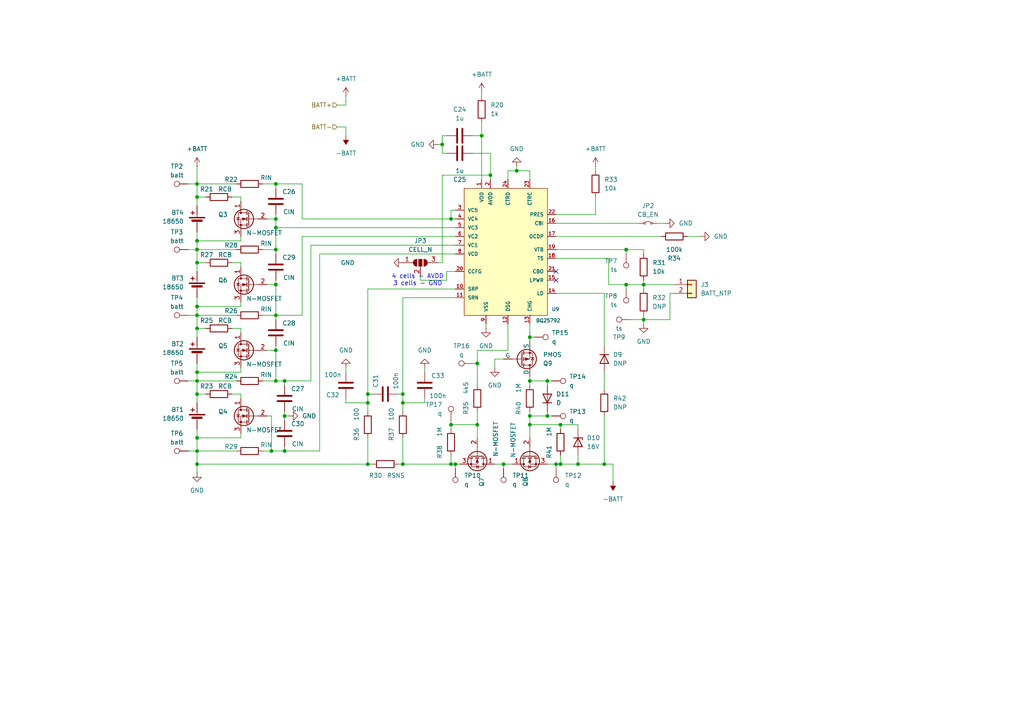
<source format=kicad_sch>
(kicad_sch (version 20231120) (generator "eeschema") (generator_version "8.0")
  (paper "A4")
  (lib_symbols
    (symbol "Connector:TestPoint" (pin_numbers hide) (pin_names (offset 0.762) hide)
      (property "Reference" "TP" (at 0 6.858 0))
      (property "Value" "TestPoint" (at 0 5.08 0))
      (symbol "TestPoint_0_1"
        (circle (center 0 3.302) (radius 0.762))
      )
      (symbol "TestPoint_1_1"
        (pin passive line (at 0 0 90) (length 2.54) (name "1") (number "1"))
      )
    )
    (symbol "Connector_Generic:Conn_01x02" (pin_names (offset 1.016) hide)
      (property "Reference" "J" (at 0 2.54 0))
      (property "Value" "Conn_01x02" (at 0 -5.08 0))
      (symbol "Conn_01x02_1_1"
        (rectangle (start -1.27 -2.413) (end 0 -2.667) (stroke (width 0.1524)))
        (rectangle (start -1.27 0.127) (end 0 -0.127) (stroke (width 0.1524)))
        (rectangle (start -1.27 1.27) (end 1.27 -3.81) (stroke (width 0.254)) (fill (type background)))
        (pin passive line (at -5.08 0 0) (length 3.81) (name "Pin_1") (number "1"))
        (pin passive line (at -5.08 -2.54 0) (length 3.81) (name "Pin_2") (number "2"))
      )
    )
    (symbol "Device:Battery_Cell" (pin_numbers hide) (pin_names (offset 0) hide)
      (property "Reference" "BT" (at 2.54 2.54 0))
      (property "Value" "Battery_Cell" (at 2.54 0 0))
      (symbol "Battery_Cell_0_1"
        (rectangle (start -2.286 1.778) (end 2.286 1.524) (fill (type outline)))
        (rectangle (start -1.524 1.016) (end 1.524 0.508) (fill (type outline)))
        (polyline (pts (xy 0 0.762) (xy 0 0)))
        (polyline (pts (xy 0 1.778) (xy 0 2.54)))
        (polyline (pts (xy 0.762 3.048) (xy 1.778 3.048)) (stroke (width 0.254)))
        (polyline (pts (xy 1.27 3.556) (xy 1.27 2.54)) (stroke (width 0.254)))
      )
      (symbol "Battery_Cell_1_1"
        (pin passive line (at 0 5.08 270) (length 2.54) (name "+") (number "1"))
        (pin passive line (at 0 -2.54 90) (length 2.54) (name "-") (number "2"))
      )
    )
    (symbol "Device:C" (pin_numbers hide) (pin_names (offset 0.254))
      (property "Reference" "C" (at 0.635 2.54 0))
      (property "Value" "C" (at 0.635 -2.54 0))
      (symbol "C_0_1"
        (polyline (pts (xy -2.032 -0.762) (xy 2.032 -0.762)) (stroke (width 0.508)))
        (polyline (pts (xy -2.032 0.762) (xy 2.032 0.762)) (stroke (width 0.508)))
      )
      (symbol "C_1_1"
        (pin passive line (at 0 3.81 270) (length 2.794) (name "~") (number "1"))
        (pin passive line (at 0 -3.81 90) (length 2.794) (name "~") (number "2"))
      )
    )
    (symbol "Device:D" (pin_numbers hide) (pin_names (offset 1.016) hide)
      (property "Reference" "D" (at 0 2.54 0))
      (property "Value" "D" (at 0 -2.54 0))
      (symbol "D_0_1"
        (polyline (pts (xy -1.27 1.27) (xy -1.27 -1.27)) (stroke (width 0.254)))
        (polyline (pts (xy 1.27 0) (xy -1.27 0)))
        (polyline (pts (xy 1.27 1.27) (xy 1.27 -1.27) (xy -1.27 0) (xy 1.27 1.27)) (stroke (width 0.254)))
      )
      (symbol "D_1_1"
        (pin passive line (at -3.81 0 0) (length 2.54) (name "K") (number "1"))
        (pin passive line (at 3.81 0 180) (length 2.54) (name "A") (number "2"))
      )
    )
    (symbol "Device:D_Zener" (pin_numbers hide) (pin_names (offset 1.016) hide)
      (property "Reference" "D" (at 0 2.54 0))
      (property "Value" "D_Zener" (at 0 -2.54 0))
      (symbol "D_Zener_0_1"
        (polyline (pts (xy 1.27 0) (xy -1.27 0)))
        (polyline (pts (xy -1.27 -1.27) (xy -1.27 1.27) (xy -0.762 1.27)) (stroke (width 0.254)))
        (polyline (pts (xy 1.27 -1.27) (xy 1.27 1.27) (xy -1.27 0) (xy 1.27 -1.27)) (stroke (width 0.254)))
      )
      (symbol "D_Zener_1_1"
        (pin passive line (at -3.81 0 0) (length 2.54) (name "K") (number "1"))
        (pin passive line (at 3.81 0 180) (length 2.54) (name "A") (number "2"))
      )
    )
    (symbol "Device:Q_NMOS_DGS" (pin_names (offset 0) hide)
      (property "Reference" "Q" (at 5.08 1.27 0))
      (property "Value" "Q_NMOS_DGS" (at 5.08 -1.27 0))
      (symbol "Q_NMOS_DGS_0_1"
        (polyline (pts (xy 0.254 0) (xy -2.54 0)))
        (polyline (pts (xy 0.254 1.905) (xy 0.254 -1.905)) (stroke (width 0.254)))
        (polyline (pts (xy 0.762 -1.27) (xy 0.762 -2.286)) (stroke (width 0.254)))
        (polyline (pts (xy 0.762 0.508) (xy 0.762 -0.508)) (stroke (width 0.254)))
        (polyline (pts (xy 0.762 2.286) (xy 0.762 1.27)) (stroke (width 0.254)))
        (polyline (pts (xy 2.54 2.54) (xy 2.54 1.778)))
        (polyline (pts (xy 2.54 -2.54) (xy 2.54 0) (xy 0.762 0)))
        (polyline (pts (xy 0.762 -1.778) (xy 3.302 -1.778) (xy 3.302 1.778) (xy 0.762 1.778)))
        (polyline (pts (xy 1.016 0) (xy 2.032 0.381) (xy 2.032 -0.381) (xy 1.016 0)) (fill (type outline)))
        (polyline (pts (xy 2.794 0.508) (xy 2.921 0.381) (xy 3.683 0.381) (xy 3.81 0.254)))
        (polyline (pts (xy 3.302 0.381) (xy 2.921 -0.254) (xy 3.683 -0.254) (xy 3.302 0.381)))
        (circle (center 1.651 0) (radius 2.794) (stroke (width 0.254)))
        (circle (center 2.54 -1.778) (radius 0.254) (fill (type outline)))
        (circle (center 2.54 1.778) (radius 0.254) (fill (type outline)))
      )
      (symbol "Q_NMOS_DGS_1_1"
        (pin passive line (at 2.54 5.08 270) (length 2.54) (name "D") (number "1"))
        (pin input line (at -5.08 0 0) (length 2.54) (name "G") (number "2"))
        (pin passive line (at 2.54 -5.08 90) (length 2.54) (name "S") (number "3"))
      )
    )
    (symbol "Device:R" (pin_numbers hide) (pin_names (offset 0))
      (property "Reference" "R" (at 2.032 0 90))
      (property "Value" "R" (at 0 0 90))
      (symbol "R_0_1"
        (rectangle (start -1.016 -2.54) (end 1.016 2.54) (stroke (width 0.254)))
      )
      (symbol "R_1_1"
        (pin passive line (at 0 3.81 270) (length 1.27) (name "~") (number "1"))
        (pin passive line (at 0 -3.81 90) (length 1.27) (name "~") (number "2"))
      )
    )
    (symbol "Jumper:Jumper_2_Small_Bridged" (pin_numbers hide) (pin_names (offset 0) hide) (exclude_from_sim yes)
      (property "Reference" "JP" (at 0 2.032 0))
      (property "Value" "Jumper_2_Small_Bridged" (at 0 -2.286 0))
      (symbol "Jumper_2_Small_Bridged_0_0"
        (circle (center -1.016 0) (radius 0.254))
        (circle (center 1.016 0) (radius 0.254))
      )
      (symbol "Jumper_2_Small_Bridged_0_1"
        (arc (start 0.762 0.254) (mid 0 0.5696) (end -0.762 0.254))
      )
      (symbol "Jumper_2_Small_Bridged_1_1"
        (pin passive line (at -2.54 0 0) (length 1.27) (name "A") (number "1"))
        (pin passive line (at 2.54 0 180) (length 1.27) (name "B") (number "2"))
      )
    )
    (symbol "Jumper:SolderJumper_3_Open" (pin_names (offset 0) hide) (exclude_from_sim yes) (in_bom no)
      (property "Reference" "JP" (at -2.54 -2.54 0))
      (property "Value" "SolderJumper_3_Open" (at 0 2.794 0))
      (symbol "SolderJumper_3_Open_0_1"
        (arc (start -1.016 1.016) (mid -2.0276 0) (end -1.016 -1.016))
        (arc (start -1.016 1.016) (mid -2.0276 0) (end -1.016 -1.016) (fill (type outline)))
        (rectangle (start -0.508 1.016) (end 0.508 -1.016) (fill (type outline)))
        (polyline (pts (xy -2.54 0) (xy -2.032 0)))
        (polyline (pts (xy -1.016 1.016) (xy -1.016 -1.016)))
        (polyline (pts (xy 0 -1.27) (xy 0 -1.016)))
        (polyline (pts (xy 1.016 1.016) (xy 1.016 -1.016)))
        (polyline (pts (xy 2.54 0) (xy 2.032 0)))
        (arc (start 1.016 -1.016) (mid 2.0276 0) (end 1.016 1.016))
        (arc (start 1.016 -1.016) (mid 2.0276 0) (end 1.016 1.016) (fill (type outline)))
      )
      (symbol "SolderJumper_3_Open_1_1"
        (pin passive line (at -5.08 0 0) (length 2.54) (name "A") (number "1"))
        (pin passive line (at 0 -3.81 90) (length 2.54) (name "C") (number "2"))
        (pin passive line (at 5.08 0 180) (length 2.54) (name "B") (number "3"))
      )
    )
    (symbol "Simulation_SPICE:PMOS" (pin_numbers hide) (pin_names (offset 0))
      (property "Reference" "Q" (at 5.08 1.27 0))
      (property "Value" "PMOS" (at 5.08 -1.27 0))
      (symbol "PMOS_0_1"
        (polyline (pts (xy 0.254 0) (xy -2.54 0)))
        (polyline (pts (xy 0.254 1.905) (xy 0.254 -1.905)) (stroke (width 0.254)))
        (polyline (pts (xy 0.762 -1.27) (xy 0.762 -2.286)) (stroke (width 0.254)))
        (polyline (pts (xy 0.762 0.508) (xy 0.762 -0.508)) (stroke (width 0.254)))
        (polyline (pts (xy 0.762 2.286) (xy 0.762 1.27)) (stroke (width 0.254)))
        (polyline (pts (xy 2.54 2.54) (xy 2.54 1.778)))
        (polyline (pts (xy 2.54 -2.54) (xy 2.54 0) (xy 0.762 0)))
        (polyline (pts (xy 0.762 1.778) (xy 3.302 1.778) (xy 3.302 -1.778) (xy 0.762 -1.778)))
        (polyline (pts (xy 2.286 0) (xy 1.27 0.381) (xy 1.27 -0.381) (xy 2.286 0)) (fill (type outline)))
        (polyline (pts (xy 2.794 -0.508) (xy 2.921 -0.381) (xy 3.683 -0.381) (xy 3.81 -0.254)))
        (polyline (pts (xy 3.302 -0.381) (xy 2.921 0.254) (xy 3.683 0.254) (xy 3.302 -0.381)))
        (circle (center 1.651 0) (radius 2.794) (stroke (width 0.254)))
        (circle (center 2.54 -1.778) (radius 0.254) (fill (type outline)))
        (circle (center 2.54 1.778) (radius 0.254) (fill (type outline)))
      )
      (symbol "PMOS_1_1"
        (pin passive line (at 2.54 5.08 270) (length 2.54) (name "D") (number "1"))
        (pin input line (at -5.08 0 0) (length 2.54) (name "G") (number "2"))
        (pin passive line (at 2.54 -5.08 90) (length 2.54) (name "S") (number "3"))
      )
    )
    (symbol "myLib:BQ77915" (pin_names (offset 1.016))
      (property "Reference" "U" (at 12.7 -24.13 0))
      (property "Value" "BQ25792" (at 14.224 -21.844 0))
      (symbol "BQ77915_0_1"
        (polyline (pts (xy -11.43 16.51) (xy 12.7 16.51) (xy 12.7 -20.32) (xy -11.43 -20.32) (xy -11.43 16.51)) (fill (type background)))
      )
      (symbol "BQ77915_1_1"
        (pin power_out line (at -6.35 19.05 270) (length 2.54) (name "VDD") (number "1"))
        (pin input line (at -13.97 -12.7 0) (length 2.54) (name "SRP") (number "10"))
        (pin input line (at -13.97 -15.24 0) (length 2.54) (name "SRN") (number "11"))
        (pin output line (at 1.27 -22.86 90) (length 2.54) (name "DSG") (number "12"))
        (pin output line (at 7.62 -22.86 90) (length 2.54) (name "CHG") (number "13"))
        (pin input line (at 15.24 -13.97 180) (length 2.54) (name "LD") (number "14"))
        (pin output line (at 15.24 -10.16 180) (length 2.54) (name "LPWR") (number "15"))
        (pin input line (at 15.24 6.35 180) (length 2.54) (name "CBI") (number "16"))
        (pin input line (at 15.24 2.54 180) (length 2.54) (name "OCDP") (number "17"))
        (pin input line (at 15.24 -3.81 180) (length 2.54) (name "TS") (number "18"))
        (pin output line (at 15.24 -1.27 180) (length 2.54) (name "VTB") (number "19"))
        (pin power_out line (at -3.81 19.05 270) (length 2.54) (name "AVDD") (number "2"))
        (pin input line (at -13.97 -7.62 0) (length 2.54) (name "CCFG") (number "20"))
        (pin output line (at 15.24 -7.62 180) (length 2.54) (name "CBO") (number "21"))
        (pin input line (at 15.24 8.89 180) (length 2.54) (name "PRES") (number "22"))
        (pin output line (at 7.62 19.05 270) (length 2.54) (name "CTRC") (number "23"))
        (pin output line (at 1.27 19.05 270) (length 2.54) (name "CTRD") (number "24"))
        (pin input line (at -13.97 10.16 0) (length 2.54) (name "VC5") (number "3"))
        (pin input line (at -13.97 7.62 0) (length 2.54) (name "VC4") (number "4"))
        (pin input line (at -13.97 5.08 0) (length 2.54) (name "VC3") (number "5"))
        (pin input line (at -13.97 2.54 0) (length 2.54) (name "VC2") (number "6"))
        (pin input line (at -13.97 0 0) (length 2.54) (name "VC1") (number "7"))
        (pin input line (at -13.97 -2.54 0) (length 2.54) (name "VC0") (number "8"))
        (pin power_in line (at -5.08 -22.86 90) (length 2.54) (name "VSS") (number "9"))
      )
    )
    (symbol "power:+BATT" (power) (pin_numbers hide) (pin_names (offset 0) hide)
      (property "Value" "+BATT" (at 0 3.556 0))
      (symbol "+BATT_0_1"
        (polyline (pts (xy -0.762 1.27) (xy 0 2.54)))
        (polyline (pts (xy 0 0) (xy 0 2.54)))
        (polyline (pts (xy 0 2.54) (xy 0.762 1.27)))
      )
      (symbol "+BATT_1_1"
        (pin power_in line (at 0 0 90) (length 0) (name "~") (number "1"))
      )
    )
    (symbol "power:-BATT" (power) (pin_numbers hide) (pin_names (offset 0) hide)
      (property "Value" "-BATT" (at 0 3.556 0))
      (symbol "-BATT_0_1"
        (polyline (pts (xy 0 0) (xy 0 2.54)))
        (polyline (pts (xy 0.762 1.27) (xy -0.762 1.27) (xy 0 2.54) (xy 0.762 1.27)) (fill (type outline)))
      )
      (symbol "-BATT_1_1"
        (pin power_in line (at 0 0 90) (length 0) (name "~") (number "1"))
      )
    )
    (symbol "power:GND" (power) (pin_numbers hide) (pin_names (offset 0) hide)
      (property "Value" "GND" (at 0 -3.81 0))
      (symbol "GND_0_1"
        (polyline (pts (xy 0 0) (xy 0 -1.27) (xy 1.27 -1.27) (xy 0 -2.54) (xy -1.27 -1.27) (xy 0 -1.27)))
      )
      (symbol "GND_1_1"
        (pin power_in line (at 0 0 270) (length 0) (name "~") (number "1"))
      )
    )
  )
  (junction (at 149.86 49.53))
  (junction (at 167.64 134.62))
  (junction (at 139.7 39.37))
  (junction (at 106.68 116.84))
  (junction (at 57.15 134.62))
  (junction (at 80.01 101.6))
  (junction (at 57.15 107.95))
  (junction (at 80.01 53.34))
  (junction (at 130.81 134.62))
  (junction (at 146.05 134.62))
  (junction (at 132.08 134.62))
  (junction (at 57.15 91.44))
  (junction (at 57.15 69.85))
  (junction (at 57.15 130.81))
  (junction (at 82.55 120.65))
  (junction (at 186.69 92.71))
  (junction (at 82.55 130.81))
  (junction (at 142.24 50.8))
  (junction (at 116.84 114.3))
  (junction (at 57.15 88.9))
  (junction (at 130.81 123.19))
  (junction (at 153.67 120.65))
  (junction (at 57.15 110.49))
  (junction (at 138.43 105.41))
  (junction (at 158.75 120.65))
  (junction (at 57.15 95.25))
  (junction (at 57.15 57.15))
  (junction (at 80.01 91.44))
  (junction (at 186.69 82.55))
  (junction (at 181.61 72.39))
  (junction (at 80.01 72.39))
  (junction (at 138.43 123.19))
  (junction (at 82.55 110.49))
  (junction (at 161.29 134.62))
  (junction (at 162.56 123.19))
  (junction (at 181.61 82.55))
  (junction (at 57.15 76.2))
  (junction (at 153.67 97.79))
  (junction (at 80.01 63.5))
  (junction (at 80.01 66.04))
  (junction (at 57.15 114.3))
  (junction (at 153.67 123.19))
  (junction (at 116.84 116.84))
  (junction (at 57.15 72.39))
  (junction (at 80.01 82.55))
  (junction (at 162.56 134.62))
  (junction (at 57.15 53.34))
  (junction (at 158.75 110.49))
  (junction (at 80.01 110.49))
  (junction (at 116.84 134.62))
  (junction (at 175.26 134.62))
  (junction (at 106.68 134.62))
  (junction (at 106.68 114.3))
  (junction (at 130.81 63.5))
  (junction (at 57.15 127))
  (junction (at 153.67 110.49))
  (junction (at 78.74 130.81))
  (junction (at 128.27 41.91))
  (no_connect (at 161.29 81.28))
  (no_connect (at 161.29 78.74))
  (wire (pts (xy 76.2 110.49) (xy 80.01 110.49)))
  (wire (pts (xy 57.15 59.69) (xy 57.15 57.15)))
  (wire (pts (xy 76.2 91.44) (xy 80.01 91.44)))
  (wire (pts (xy 172.72 62.23) (xy 172.72 57.15)))
  (wire (pts (xy 80.01 101.6) (xy 80.01 110.49)))
  (wire (pts (xy 175.26 134.62) (xy 167.64 134.62)))
  (wire (pts (xy 128.27 41.91) (xy 128.27 39.37)))
  (wire (pts (xy 128.27 39.37) (xy 129.54 39.37)))
  (wire (pts (xy 57.15 57.15) (xy 59.69 57.15)))
  (wire (pts (xy 128.27 76.2) (xy 128.27 50.8)))
  (wire (pts (xy 116.84 127) (xy 116.84 134.62)))
  (wire (pts (xy 69.85 88.9) (xy 57.15 88.9)))
  (wire (pts (xy 153.67 110.49) (xy 153.67 111.76)))
  (wire (pts (xy 147.32 101.6) (xy 147.32 93.98)))
  (wire (pts (xy 158.75 111.76) (xy 158.75 110.49)))
  (wire (pts (xy 57.15 134.62) (xy 106.68 134.62)))
  (wire (pts (xy 167.64 123.19) (xy 162.56 123.19)))
  (wire (pts (xy 153.67 123.19) (xy 153.67 127)))
  (wire (pts (xy 77.47 120.65) (xy 78.74 120.65)))
  (wire (pts (xy 57.15 134.62) (xy 57.15 137.16)))
  (wire (pts (xy 90.17 110.49) (xy 82.55 110.49)))
  (wire (pts (xy 138.43 119.38) (xy 138.43 123.19)))
  (wire (pts (xy 153.67 109.22) (xy 153.67 110.49)))
  (wire (pts (xy 129.54 44.45) (xy 128.27 44.45)))
  (wire (pts (xy 69.85 69.85) (xy 57.15 69.85)))
  (wire (pts (xy 186.69 82.55) (xy 186.69 83.82)))
  (wire (pts (xy 100.33 115.57) (xy 100.33 116.84)))
  (wire (pts (xy 80.01 63.5) (xy 80.01 62.23)))
  (wire (pts (xy 116.84 116.84) (xy 116.84 114.3)))
  (wire (pts (xy 162.56 134.62) (xy 162.56 132.08)))
  (wire (pts (xy 138.43 101.6) (xy 147.32 101.6)))
  (wire (pts (xy 57.15 76.2) (xy 59.69 76.2)))
  (wire (pts (xy 186.69 91.44) (xy 186.69 92.71)))
  (wire (pts (xy 161.29 64.77) (xy 185.42 64.77)))
  (wire (pts (xy 194.31 85.09) (xy 194.31 92.71)))
  (wire (pts (xy 129.54 78.74) (xy 132.08 78.74)))
  (wire (pts (xy 87.63 68.58) (xy 87.63 91.44)))
  (wire (pts (xy 116.84 134.62) (xy 115.57 134.62)))
  (wire (pts (xy 140.97 93.98) (xy 140.97 95.25)))
  (wire (pts (xy 132.08 60.96) (xy 130.81 60.96)))
  (wire (pts (xy 130.81 124.46) (xy 130.81 123.19)))
  (wire (pts (xy 87.63 91.44) (xy 80.01 91.44)))
  (wire (pts (xy 132.08 71.12) (xy 90.17 71.12)))
  (wire (pts (xy 54.61 110.49) (xy 57.15 110.49)))
  (wire (pts (xy 139.7 35.56) (xy 139.7 39.37)))
  (wire (pts (xy 76.2 130.81) (xy 78.74 130.81)))
  (wire (pts (xy 130.81 121.92) (xy 130.81 123.19)))
  (wire (pts (xy 87.63 63.5) (xy 87.63 53.34)))
  (wire (pts (xy 77.47 63.5) (xy 80.01 63.5)))
  (wire (pts (xy 116.84 114.3) (xy 116.84 86.36)))
  (wire (pts (xy 69.85 107.95) (xy 57.15 107.95)))
  (wire (pts (xy 194.31 92.71) (xy 186.69 92.71)))
  (wire (pts (xy 97.79 30.48) (xy 100.33 30.48)))
  (wire (pts (xy 132.08 134.62) (xy 132.08 135.89)))
  (wire (pts (xy 100.33 106.68) (xy 100.33 107.95)))
  (wire (pts (xy 68.58 110.49) (xy 57.15 110.49)))
  (wire (pts (xy 67.31 95.25) (xy 69.85 95.25)))
  (wire (pts (xy 146.05 134.62) (xy 148.59 134.62)))
  (wire (pts (xy 57.15 88.9) (xy 57.15 86.36)))
  (wire (pts (xy 158.75 110.49) (xy 153.67 110.49)))
  (wire (pts (xy 67.31 76.2) (xy 69.85 76.2)))
  (wire (pts (xy 82.55 130.81) (xy 78.74 130.81)))
  (wire (pts (xy 116.84 86.36) (xy 132.08 86.36)))
  (wire (pts (xy 69.85 76.2) (xy 69.85 77.47)))
  (wire (pts (xy 190.5 64.77) (xy 193.04 64.77)))
  (wire (pts (xy 106.68 114.3) (xy 107.95 114.3)))
  (wire (pts (xy 57.15 69.85) (xy 57.15 72.39)))
  (wire (pts (xy 153.67 120.65) (xy 153.67 123.19)))
  (wire (pts (xy 149.86 49.53) (xy 153.67 49.53)))
  (wire (pts (xy 57.15 114.3) (xy 59.69 114.3)))
  (wire (pts (xy 106.68 119.38) (xy 106.68 116.84)))
  (wire (pts (xy 130.81 123.19) (xy 138.43 123.19)))
  (wire (pts (xy 87.63 53.34) (xy 80.01 53.34)))
  (wire (pts (xy 177.8 134.62) (xy 177.8 139.7)))
  (wire (pts (xy 69.85 125.73) (xy 69.85 127)))
  (wire (pts (xy 130.81 63.5) (xy 87.63 63.5)))
  (wire (pts (xy 158.75 120.65) (xy 160.02 120.65)))
  (wire (pts (xy 80.01 82.55) (xy 80.01 81.28)))
  (wire (pts (xy 146.05 134.62) (xy 146.05 135.89)))
  (wire (pts (xy 57.15 105.41) (xy 57.15 107.95)))
  (wire (pts (xy 139.7 39.37) (xy 139.7 52.07)))
  (wire (pts (xy 158.75 110.49) (xy 160.02 110.49)))
  (wire (pts (xy 132.08 63.5) (xy 130.81 63.5)))
  (wire (pts (xy 161.29 134.62) (xy 162.56 134.62)))
  (wire (pts (xy 80.01 63.5) (xy 80.01 66.04)))
  (wire (pts (xy 57.15 110.49) (xy 57.15 114.3)))
  (wire (pts (xy 182.88 92.71) (xy 186.69 92.71)))
  (wire (pts (xy 186.69 92.71) (xy 186.69 93.98)))
  (wire (pts (xy 100.33 36.83) (xy 97.79 36.83)))
  (wire (pts (xy 181.61 72.39) (xy 181.61 73.66)))
  (wire (pts (xy 167.64 132.08) (xy 167.64 134.62)))
  (wire (pts (xy 57.15 53.34) (xy 57.15 57.15)))
  (wire (pts (xy 175.26 120.65) (xy 175.26 134.62)))
  (wire (pts (xy 100.33 39.37) (xy 100.33 36.83)))
  (wire (pts (xy 77.47 82.55) (xy 80.01 82.55)))
  (wire (pts (xy 82.55 129.54) (xy 82.55 130.81)))
  (wire (pts (xy 68.58 91.44) (xy 57.15 91.44)))
  (wire (pts (xy 82.55 119.38) (xy 82.55 120.65)))
  (wire (pts (xy 67.31 114.3) (xy 69.85 114.3)))
  (wire (pts (xy 57.15 91.44) (xy 57.15 95.25)))
  (wire (pts (xy 143.51 104.14) (xy 146.05 104.14)))
  (wire (pts (xy 158.75 119.38) (xy 158.75 120.65)))
  (wire (pts (xy 82.55 110.49) (xy 82.55 111.76)))
  (wire (pts (xy 80.01 91.44) (xy 80.01 92.71)))
  (wire (pts (xy 69.85 106.68) (xy 69.85 107.95)))
  (wire (pts (xy 143.51 134.62) (xy 146.05 134.62)))
  (wire (pts (xy 149.86 48.26) (xy 149.86 49.53)))
  (wire (pts (xy 90.17 71.12) (xy 90.17 110.49)))
  (wire (pts (xy 106.68 134.62) (xy 107.95 134.62)))
  (wire (pts (xy 57.15 124.46) (xy 57.15 127)))
  (wire (pts (xy 127 41.91) (xy 128.27 41.91)))
  (wire (pts (xy 162.56 124.46) (xy 162.56 123.19)))
  (wire (pts (xy 92.71 73.66) (xy 92.71 130.81)))
  (wire (pts (xy 175.26 107.95) (xy 175.26 113.03)))
  (wire (pts (xy 78.74 120.65) (xy 78.74 130.81)))
  (wire (pts (xy 92.71 130.81) (xy 82.55 130.81)))
  (wire (pts (xy 106.68 83.82) (xy 132.08 83.82)))
  (wire (pts (xy 69.85 114.3) (xy 69.85 115.57)))
  (wire (pts (xy 121.92 80.01) (xy 121.92 81.28)))
  (wire (pts (xy 57.15 116.84) (xy 57.15 114.3)))
  (wire (pts (xy 82.55 110.49) (xy 80.01 110.49)))
  (wire (pts (xy 130.81 60.96) (xy 130.81 63.5)))
  (wire (pts (xy 137.16 39.37) (xy 139.7 39.37)))
  (wire (pts (xy 153.67 119.38) (xy 153.67 120.65)))
  (wire (pts (xy 100.33 30.48) (xy 100.33 27.94)))
  (wire (pts (xy 161.29 134.62) (xy 161.29 135.89)))
  (wire (pts (xy 80.01 101.6) (xy 80.01 100.33)))
  (wire (pts (xy 161.29 85.09) (xy 175.26 85.09)))
  (wire (pts (xy 82.55 120.65) (xy 83.82 120.65)))
  (wire (pts (xy 142.24 50.8) (xy 142.24 52.07)))
  (wire (pts (xy 57.15 97.79) (xy 57.15 95.25)))
  (wire (pts (xy 100.33 116.84) (xy 106.68 116.84)))
  (wire (pts (xy 162.56 123.19) (xy 153.67 123.19)))
  (wire (pts (xy 77.47 101.6) (xy 80.01 101.6)))
  (wire (pts (xy 181.61 82.55) (xy 186.69 82.55)))
  (wire (pts (xy 128.27 44.45) (xy 128.27 41.91)))
  (wire (pts (xy 121.92 81.28) (xy 129.54 81.28)))
  (wire (pts (xy 128.27 50.8) (xy 142.24 50.8)))
  (wire (pts (xy 153.67 97.79) (xy 154.94 97.79)))
  (wire (pts (xy 69.85 87.63) (xy 69.85 88.9)))
  (wire (pts (xy 115.57 114.3) (xy 116.84 114.3)))
  (wire (pts (xy 123.19 115.57) (xy 123.19 116.84)))
  (wire (pts (xy 54.61 53.34) (xy 57.15 53.34)))
  (wire (pts (xy 142.24 44.45) (xy 142.24 50.8)))
  (wire (pts (xy 195.58 85.09) (xy 194.31 85.09)))
  (wire (pts (xy 167.64 134.62) (xy 162.56 134.62)))
  (wire (pts (xy 147.32 52.07) (xy 147.32 49.53)))
  (wire (pts (xy 147.32 49.53) (xy 149.86 49.53)))
  (wire (pts (xy 69.85 68.58) (xy 69.85 69.85)))
  (wire (pts (xy 80.01 72.39) (xy 80.01 73.66)))
  (wire (pts (xy 161.29 72.39) (xy 181.61 72.39)))
  (wire (pts (xy 153.67 49.53) (xy 153.67 52.07)))
  (wire (pts (xy 80.01 66.04) (xy 80.01 72.39)))
  (wire (pts (xy 80.01 82.55) (xy 80.01 91.44)))
  (wire (pts (xy 176.53 74.93) (xy 176.53 82.55)))
  (wire (pts (xy 158.75 120.65) (xy 153.67 120.65)))
  (wire (pts (xy 76.2 72.39) (xy 80.01 72.39)))
  (wire (pts (xy 172.72 48.26) (xy 172.72 49.53)))
  (wire (pts (xy 176.53 82.55) (xy 181.61 82.55)))
  (wire (pts (xy 69.85 57.15) (xy 69.85 58.42)))
  (wire (pts (xy 68.58 130.81) (xy 57.15 130.81)))
  (wire (pts (xy 186.69 72.39) (xy 186.69 73.66)))
  (wire (pts (xy 132.08 73.66) (xy 92.71 73.66)))
  (wire (pts (xy 80.01 53.34) (xy 80.01 54.61)))
  (wire (pts (xy 130.81 132.08) (xy 130.81 134.62)))
  (wire (pts (xy 54.61 130.81) (xy 57.15 130.81)))
  (wire (pts (xy 186.69 82.55) (xy 195.58 82.55)))
  (wire (pts (xy 143.51 106.68) (xy 143.51 104.14)))
  (wire (pts (xy 177.8 134.62) (xy 175.26 134.62)))
  (wire (pts (xy 175.26 85.09) (xy 175.26 100.33)))
  (wire (pts (xy 57.15 72.39) (xy 57.15 76.2)))
  (wire (pts (xy 82.55 120.65) (xy 82.55 121.92)))
  (wire (pts (xy 57.15 107.95) (xy 57.15 110.49)))
  (wire (pts (xy 181.61 82.55) (xy 181.61 83.82)))
  (wire (pts (xy 106.68 114.3) (xy 106.68 83.82)))
  (wire (pts (xy 80.01 66.04) (xy 132.08 66.04)))
  (wire (pts (xy 106.68 127) (xy 106.68 134.62)))
  (wire (pts (xy 116.84 119.38) (xy 116.84 116.84)))
  (wire (pts (xy 181.61 72.39) (xy 186.69 72.39)))
  (wire (pts (xy 161.29 68.58) (xy 191.77 68.58)))
  (wire (pts (xy 57.15 67.31) (xy 57.15 69.85)))
  (wire (pts (xy 106.68 116.84) (xy 106.68 114.3)))
  (wire (pts (xy 57.15 48.26) (xy 57.15 53.34)))
  (wire (pts (xy 153.67 93.98) (xy 153.67 97.79)))
  (wire (pts (xy 186.69 81.28) (xy 186.69 82.55)))
  (wire (pts (xy 138.43 105.41) (xy 138.43 101.6)))
  (wire (pts (xy 130.81 134.62) (xy 132.08 134.62)))
  (wire (pts (xy 161.29 74.93) (xy 176.53 74.93)))
  (wire (pts (xy 57.15 95.25) (xy 59.69 95.25)))
  (wire (pts (xy 67.31 57.15) (xy 69.85 57.15)))
  (wire (pts (xy 123.19 116.84) (xy 116.84 116.84)))
  (wire (pts (xy 57.15 127) (xy 57.15 130.81)))
  (wire (pts (xy 129.54 81.28) (xy 129.54 78.74)))
  (wire (pts (xy 138.43 111.76) (xy 138.43 105.41)))
  (wire (pts (xy 123.19 106.68) (xy 123.19 107.95)))
  (wire (pts (xy 68.58 72.39) (xy 57.15 72.39)))
  (wire (pts (xy 139.7 26.67) (xy 139.7 27.94)))
  (wire (pts (xy 132.08 134.62) (xy 133.35 134.62)))
  (wire (pts (xy 76.2 53.34) (xy 80.01 53.34)))
  (wire (pts (xy 153.67 97.79) (xy 153.67 99.06)))
  (wire (pts (xy 57.15 130.81) (xy 57.15 134.62)))
  (wire (pts (xy 54.61 72.39) (xy 57.15 72.39)))
  (wire (pts (xy 127 76.2) (xy 128.27 76.2)))
  (wire (pts (xy 69.85 95.25) (xy 69.85 96.52)))
  (wire (pts (xy 132.08 68.58) (xy 87.63 68.58)))
  (wire (pts (xy 161.29 62.23) (xy 172.72 62.23)))
  (wire (pts (xy 69.85 127) (xy 57.15 127)))
  (wire (pts (xy 68.58 53.34) (xy 57.15 53.34)))
  (wire (pts (xy 137.16 105.41) (xy 138.43 105.41)))
  (wire (pts (xy 137.16 44.45) (xy 142.24 44.45)))
  (wire (pts (xy 57.15 78.74) (xy 57.15 76.2)))
  (wire (pts (xy 57.15 88.9) (xy 57.15 91.44)))
  (wire (pts (xy 54.61 91.44) (xy 57.15 91.44)))
  (wire (pts (xy 138.43 123.19) (xy 138.43 127)))
  (wire (pts (xy 116.84 134.62) (xy 130.81 134.62)))
  (wire (pts (xy 199.39 68.58) (xy 203.2 68.58)))
  (wire (pts (xy 158.75 134.62) (xy 161.29 134.62)))
  (wire (pts (xy 167.64 124.46) (xy 167.64 123.19)))
  (text "4 cells - AVDD\n3 cells - GND" (at 121.158 81.28 0) (effects (font (size 1.27 1.27))))
  (hierarchical_label "BATT+" (shape input) (at 97.79 30.48 180))
  (hierarchical_label "BATT-" (shape input) (at 97.79 36.83 180))
  (symbol (lib_id "power:+BATT") (at 139.7 26.67 0) (unit 1)
    (property "Reference" "#PWR024" (effects (hide yes)))
    (property "Value" "+BATT" (at 139.7 21.59 0))
    (property "Description" "Power symbol creates a global label with name \"+BATT\"" (effects (hide yes)))
  )
  (symbol (lib_id "Connector:TestPoint") (at 54.61 91.44 90) (unit 1)
    (property "Reference" "TP4" (at 51.308 86.36 90))
    (property "Value" "batt" (at 51.308 88.9 90))
    (property "Description" "test point" (effects (hide yes)))
  )
  (symbol (lib_id "power:GND") (at 116.84 76.2 270) (unit 1)
    (property "Reference" "#PWR029" (effects (hide yes)))
    (property "Value" "GND" (at 102.87 76.1999 90) (effects (justify right)))
    (property "Description" "Power symbol creates a global label with name \"GND\" , ground" (effects (hide yes)))
  )
  (symbol (lib_id "Connector:TestPoint") (at 154.94 97.79 270) (unit 1)
    (property "Reference" "TP15" (at 160.02 96.5199 90) (effects (justify left)))
    (property "Value" "q" (at 160.02 99.0599 90) (effects (justify left)))
    (property "Description" "test point" (effects (hide yes)))
  )
  (symbol (lib_id "Device:C") (at 133.35 39.37 270) (unit 1)
    (property "Reference" "C24" (at 133.35 31.75 90))
    (property "Value" "1u" (at 133.35 34.29 90))
    (property "Description" "Unpolarized capacitor" (effects (hide yes)))
  )
  (symbol (lib_id "Connector:TestPoint") (at 54.61 110.49 90) (unit 1)
    (property "Reference" "TP5" (at 51.308 105.41 90))
    (property "Value" "batt" (at 51.308 107.95 90))
    (property "Description" "test point" (effects (hide yes)))
  )
  (symbol (lib_id "Device:Battery_Cell") (at 57.15 121.92 0) (mirror y) (unit 1)
    (property "Reference" "BT1" (at 53.34 118.8084 0) (effects (justify left)))
    (property "Value" "18650" (at 53.34 121.3484 0) (effects (justify left)))
    (property "Description" "Single-cell battery" (effects (hide yes)))
  )
  (symbol (lib_id "Device:R") (at 63.5 114.3 90) (unit 1)
    (property "Reference" "R23" (at 59.944 112.014 90))
    (property "Value" "RCB" (at 65.278 112.014 90))
    (property "Description" "Resistor" (effects (hide yes)))
  )
  (symbol (lib_id "Device:D_Zener") (at 167.64 128.27 270) (unit 1)
    (property "Reference" "D10" (at 170.18 126.9999 90) (effects (justify left)))
    (property "Value" "16V" (at 170.18 129.5399 90) (effects (justify left)))
    (property "Description" "Zener diode" (effects (hide yes)))
  )
  (symbol (lib_id "Device:R") (at 195.58 68.58 90) (mirror x) (unit 1)
    (property "Reference" "R34" (at 195.58 74.93 90))
    (property "Value" "100k" (at 195.58 72.39 90))
    (property "Description" "Resistor" (effects (hide yes)))
  )
  (symbol (lib_id "Connector:TestPoint") (at 54.61 53.34 90) (unit 1)
    (property "Reference" "TP2" (at 51.308 48.26 90))
    (property "Value" "batt" (at 51.308 50.8 90))
    (property "Description" "test point" (effects (hide yes)))
  )
  (symbol (lib_id "Jumper:Jumper_2_Small_Bridged") (at 187.96 64.77 0) (unit 1) (exclude_from_sim yes)
    (property "Reference" "JP2" (at 187.96 59.69 0))
    (property "Value" "CB_EN" (at 187.96 62.23 0))
    (property "Description" "Jumper, 2-pole, small symbol, bridged" (effects (hide yes)))
  )
  (symbol (lib_id "Connector:TestPoint") (at 146.05 135.89 180) (unit 1)
    (property "Reference" "TP11" (at 148.59 137.9219 0) (effects (justify right)))
    (property "Value" "q" (at 148.59 140.4619 0) (effects (justify right)))
    (property "Description" "test point" (effects (hide yes)))
  )
  (symbol (lib_id "Device:C") (at 100.33 111.76 0) (mirror y) (unit 1)
    (property "Reference" "C32" (at 96.52 114.554 0))
    (property "Value" "100n" (at 96.52 108.712 0))
    (property "Description" "Unpolarized capacitor" (effects (hide yes)))
  )
  (symbol (lib_id "Connector:TestPoint") (at 161.29 135.89 180) (unit 1)
    (property "Reference" "TP12" (at 163.83 137.9219 0) (effects (justify right)))
    (property "Value" "q" (at 163.83 140.4619 0) (effects (justify right)))
    (property "Description" "test point" (effects (hide yes)))
  )
  (symbol (lib_id "Device:Q_NMOS_DGS") (at 72.39 120.65 0) (mirror y) (unit 1)
    (property "Reference" "Q4" (at 66.04 119.3799 0) (effects (justify left)))
    (property "Value" "N-MOSFET" (at 81.788 124.714 0) (effects (justify left)))
    (property "Description" "N-MOSFET transistor, drain/gate/source" (effects (hide yes)))
  )
  (symbol (lib_id "Simulation_SPICE:PMOS") (at 151.13 104.14 0) (mirror x) (unit 1)
    (property "Reference" "Q9" (at 157.48 105.4101 0) (effects (justify left)))
    (property "Value" "PMOS" (at 157.48 102.8701 0) (effects (justify left)))
    (property "Datasheet" "https://ngspice.sourceforge.io/docs/ngspice-html-manual/manual.xhtml#cha_MOSFETs" (effects (hide yes)))
    (property "Description" "P-MOSFET transistor, drain/source/gate" (effects (hide yes)))
    (property "Sim.Device" "PMOS" (effects (hide yes)))
    (property "Sim.Type" "VDMOS" (effects (hide yes)))
    (property "Sim.Pins" "1=D 2=G 3=S" (effects (hide yes)))
  )
  (symbol (lib_id "Device:R") (at 72.39 130.81 90) (unit 1)
    (property "Reference" "R29" (at 67.056 129.54 90))
    (property "Value" "RIN" (at 77.216 129.032 90))
    (property "Description" "Resistor" (effects (hide yes)))
  )
  (symbol (lib_id "Device:R") (at 138.43 115.57 0) (mirror x) (unit 1)
    (property "Reference" "R35" (at 135.128 118.364 90))
    (property "Value" "4k5" (at 135.128 112.522 90))
    (property "Description" "Resistor" (effects (hide yes)))
  )
  (symbol (lib_id "Device:R") (at 162.56 128.27 0) (mirror x) (unit 1)
    (property "Reference" "R41" (at 159.258 131.064 90))
    (property "Value" "1M" (at 159.258 125.222 90))
    (property "Description" "Resistor" (effects (hide yes)))
  )
  (symbol (lib_id "Device:C") (at 80.01 96.52 0) (mirror x) (unit 1)
    (property "Reference" "C28" (at 83.82 93.726 0))
    (property "Value" "CIN" (at 83.82 99.568 0))
    (property "Description" "Unpolarized capacitor" (effects (hide yes)))
  )
  (symbol (lib_id "Device:R") (at 153.67 115.57 0) (mirror x) (unit 1)
    (property "Reference" "R40" (at 150.368 118.364 90))
    (property "Value" "1M" (at 150.368 112.522 90))
    (property "Description" "Resistor" (effects (hide yes)))
  )
  (symbol (lib_id "Device:R") (at 72.39 72.39 90) (unit 1)
    (property "Reference" "R28" (at 67.056 71.12 90))
    (property "Value" "RIN" (at 77.216 70.612 90))
    (property "Description" "Resistor" (effects (hide yes)))
  )
  (symbol (lib_id "Connector:TestPoint") (at 160.02 120.65 270) (unit 1)
    (property "Reference" "TP13" (at 165.1 119.3799 90) (effects (justify left)))
    (property "Value" "q" (at 165.1 121.9199 90) (effects (justify left)))
    (property "Description" "test point" (effects (hide yes)))
  )
  (symbol (lib_id "power:GND") (at 83.82 120.65 90) (unit 1)
    (property "Reference" "#PWR022" (effects (hide yes)))
    (property "Value" "GND" (at 87.63 120.6499 90) (effects (justify right)))
    (property "Description" "Power symbol creates a global label with name \"GND\" , ground" (effects (hide yes)))
  )
  (symbol (lib_id "power:GND") (at 57.15 137.16 0) (unit 1)
    (property "Reference" "#PWR028" (effects (hide yes)))
    (property "Value" "GND" (at 57.15 142.24 0))
    (property "Description" "Power symbol creates a global label with name \"GND\" , ground" (effects (hide yes)))
  )
  (symbol (lib_id "power:-BATT") (at 100.33 39.37 180) (unit 1)
    (property "Reference" "#PWR037" (effects (hide yes)))
    (property "Value" "-BATT" (at 100.33 44.45 0))
    (property "Description" "Power symbol creates a global label with name \"-BATT\"" (effects (hide yes)))
  )
  (symbol (lib_id "Jumper:SolderJumper_3_Open") (at 121.92 76.2 0) (unit 1) (exclude_from_sim yes) (in_bom no)
    (property "Reference" "JP3" (at 121.92 69.85 0))
    (property "Value" "CELL_N" (at 121.92 72.39 0))
    (property "Description" "Solder Jumper, 3-pole, open" (effects (hide yes)))
  )
  (symbol (lib_id "power:GND") (at 100.33 106.68 180) (unit 1)
    (property "Reference" "#PWR035" (effects (hide yes)))
    (property "Value" "GND" (at 100.33 101.6 0))
    (property "Description" "Power symbol creates a global label with name \"GND\" , ground" (effects (hide yes)))
  )
  (symbol (lib_id "myLib:BQ77915") (at 146.05 71.12 0) (unit 1)
    (property "Reference" "U9" (at 160.02 89.662 0) (effects (font (size 1.016 1.016)) (justify left)))
    (property "Value" "BQ25792" (at 155.448 92.964 0) (effects (font (size 1.016 1.016)) (justify left)))
  )
  (symbol (lib_id "Device:R") (at 186.69 87.63 0) (unit 1)
    (property "Reference" "R32" (at 189.23 86.3599 0) (effects (justify left)))
    (property "Value" "DNP" (at 189.23 88.8999 0) (effects (justify left)))
    (property "Description" "Resistor" (effects (hide yes)))
  )
  (symbol (lib_id "Device:Q_NMOS_DGS") (at 153.67 132.08 90) (mirror x) (unit 1)
    (property "Reference" "Q8" (at 152.3999 138.43 0) (effects (justify left)))
    (property "Value" "N-MOSFET" (at 148.844 122.428 0) (effects (justify left)))
    (property "Description" "N-MOSFET transistor, drain/gate/source" (effects (hide yes)))
  )
  (symbol (lib_id "Device:C") (at 82.55 125.73 0) (mirror x) (unit 1)
    (property "Reference" "C30" (at 86.36 122.936 0))
    (property "Value" "CIN" (at 86.36 128.778 0))
    (property "Description" "Unpolarized capacitor" (effects (hide yes)))
  )
  (symbol (lib_id "Device:R") (at 63.5 95.25 90) (unit 1)
    (property "Reference" "R25" (at 59.944 92.964 90))
    (property "Value" "RCB" (at 65.278 92.964 90))
    (property "Description" "Resistor" (effects (hide yes)))
  )
  (symbol (lib_id "Device:C") (at 80.01 58.42 0) (mirror x) (unit 1)
    (property "Reference" "C26" (at 83.82 55.626 0))
    (property "Value" "CIN" (at 83.82 61.468 0))
    (property "Description" "Unpolarized capacitor" (effects (hide yes)))
  )
  (symbol (lib_id "Device:R") (at 130.81 128.27 0) (mirror x) (unit 1)
    (property "Reference" "R38" (at 127.508 131.064 90))
    (property "Value" "1M" (at 127.508 125.222 90))
    (property "Description" "Resistor" (effects (hide yes)))
  )
  (symbol (lib_id "Device:R") (at 111.76 134.62 90) (unit 1)
    (property "Reference" "R30" (at 108.966 137.922 90))
    (property "Value" "RSNS" (at 114.808 137.922 90))
    (property "Description" "Resistor" (effects (hide yes)))
  )
  (symbol (lib_id "Device:Q_NMOS_DGS") (at 72.39 101.6 0) (mirror y) (unit 1)
    (property "Reference" "Q5" (at 66.04 100.3299 0) (effects (justify left)))
    (property "Value" "N-MOSFET" (at 81.788 105.664 0) (effects (justify left)))
    (property "Description" "N-MOSFET transistor, drain/gate/source" (effects (hide yes)))
  )
  (symbol (lib_id "power:+BATT") (at 100.33 27.94 0) (unit 1)
    (property "Reference" "#PWR031" (effects (hide yes)))
    (property "Value" "+BATT" (at 100.33 22.86 0))
    (property "Description" "Power symbol creates a global label with name \"+BATT\"" (effects (hide yes)))
  )
  (symbol (lib_id "Device:D") (at 175.26 104.14 270) (unit 1)
    (property "Reference" "D9" (at 177.8 102.8699 90) (effects (justify left)))
    (property "Value" "DNP" (at 177.8 105.4099 90) (effects (justify left)))
    (property "Description" "Diode" (effects (hide yes)))
    (property "Sim.Device" "D" (effects (hide yes)))
    (property "Sim.Pins" "1=K 2=A" (effects (hide yes)))
  )
  (symbol (lib_id "Connector:TestPoint") (at 130.81 121.92 0) (mirror y) (unit 1)
    (property "Reference" "TP17" (at 128.27 117.3479 0) (effects (justify left)))
    (property "Value" "q" (at 128.27 119.8879 0) (effects (justify left)))
    (property "Description" "test point" (effects (hide yes)))
  )
  (symbol (lib_id "power:GND") (at 123.19 106.68 180) (unit 1)
    (property "Reference" "#PWR034" (effects (hide yes)))
    (property "Value" "GND" (at 123.19 101.6 0))
    (property "Description" "Power symbol creates a global label with name \"GND\" , ground" (effects (hide yes)))
  )
  (symbol (lib_id "Device:C") (at 82.55 115.57 0) (mirror x) (unit 1)
    (property "Reference" "C27" (at 86.36 112.776 0))
    (property "Value" "CIN" (at 86.36 118.618 0))
    (property "Description" "Unpolarized capacitor" (effects (hide yes)))
  )
  (symbol (lib_id "Device:R") (at 175.26 116.84 0) (unit 1)
    (property "Reference" "R42" (at 177.8 115.5699 0) (effects (justify left)))
    (property "Value" "DNP" (at 177.8 118.1099 0) (effects (justify left)))
    (property "Description" "Resistor" (effects (hide yes)))
  )
  (symbol (lib_id "power:GND") (at 149.86 48.26 180) (unit 1)
    (property "Reference" "#PWR027" (effects (hide yes)))
    (property "Value" "GND" (at 149.86 43.18 0))
    (property "Description" "Power symbol creates a global label with name \"GND\" , ground" (effects (hide yes)))
  )
  (symbol (lib_id "Connector_Generic:Conn_01x02") (at 200.66 82.55 0) (unit 1)
    (property "Reference" "J3" (at 203.2 82.5499 0) (effects (justify left)))
    (property "Value" "BATT_NTP" (at 203.2 85.0899 0) (effects (justify left)))
    (property "Description" "Generic connector, single row, 01x02, script generated (kicad-library-utils/schlib/autogen/connector/)" (effects (hide yes)))
  )
  (symbol (lib_id "power:+BATT") (at 57.15 48.26 0) (unit 1)
    (property "Reference" "#PWR023" (effects (hide yes)))
    (property "Value" "+BATT" (at 57.15 43.18 0))
    (property "Description" "Power symbol creates a global label with name \"+BATT\"" (effects (hide yes)))
  )
  (symbol (lib_id "Connector:TestPoint") (at 160.02 110.49 270) (unit 1)
    (property "Reference" "TP14" (at 165.1 109.2199 90) (effects (justify left)))
    (property "Value" "q" (at 165.1 111.7599 90) (effects (justify left)))
    (property "Description" "test point" (effects (hide yes)))
  )
  (symbol (lib_id "Device:Battery_Cell") (at 57.15 64.77 0) (mirror y) (unit 1)
    (property "Reference" "BT4" (at 53.34 61.6584 0) (effects (justify left)))
    (property "Value" "18650" (at 53.34 64.1984 0) (effects (justify left)))
    (property "Description" "Single-cell battery" (effects (hide yes)))
  )
  (symbol (lib_id "Device:R") (at 72.39 91.44 90) (unit 1)
    (property "Reference" "R26" (at 67.056 90.17 90))
    (property "Value" "RIN" (at 77.216 89.662 90))
    (property "Description" "Resistor" (effects (hide yes)))
  )
  (symbol (lib_id "Connector:TestPoint") (at 137.16 105.41 90) (unit 1)
    (property "Reference" "TP16" (at 133.858 100.33 90))
    (property "Value" "q" (at 133.858 102.87 90))
    (property "Description" "test point" (effects (hide yes)))
  )
  (symbol (lib_id "Connector:TestPoint") (at 54.61 130.81 90) (unit 1)
    (property "Reference" "TP6" (at 51.308 125.73 90))
    (property "Value" "batt" (at 51.308 128.27 90))
    (property "Description" "test point" (effects (hide yes)))
  )
  (symbol (lib_id "Device:Battery_Cell") (at 57.15 83.82 0) (mirror y) (unit 1)
    (property "Reference" "BT3" (at 53.34 80.7084 0) (effects (justify left)))
    (property "Value" "18650" (at 53.34 83.2484 0) (effects (justify left)))
    (property "Description" "Single-cell battery" (effects (hide yes)))
  )
  (symbol (lib_id "Device:C") (at 80.01 77.47 0) (mirror x) (unit 1)
    (property "Reference" "C29" (at 83.82 74.676 0))
    (property "Value" "CIN" (at 83.82 80.518 0))
    (property "Description" "Unpolarized capacitor" (effects (hide yes)))
  )
  (symbol (lib_id "Device:C") (at 133.35 44.45 90) (mirror x) (unit 1)
    (property "Reference" "C25" (at 133.35 52.07 90))
    (property "Value" "1u" (at 133.35 49.53 90))
    (property "Description" "Unpolarized capacitor" (effects (hide yes)))
  )
  (symbol (lib_id "Device:R") (at 186.69 77.47 0) (unit 1)
    (property "Reference" "R31" (at 189.23 76.1999 0) (effects (justify left)))
    (property "Value" "10k" (at 189.23 78.7399 0) (effects (justify left)))
    (property "Description" "Resistor" (effects (hide yes)))
  )
  (symbol (lib_id "Connector:TestPoint") (at 181.61 83.82 0) (mirror x) (unit 1)
    (property "Reference" "TP8" (at 179.07 85.8519 0) (effects (justify right)))
    (property "Value" "ts" (at 179.07 88.3919 0) (effects (justify right)))
    (property "Description" "test point" (effects (hide yes)))
  )
  (symbol (lib_id "power:GND") (at 193.04 64.77 90) (unit 1)
    (property "Reference" "#PWR025" (effects (hide yes)))
    (property "Value" "GND" (at 196.85 64.7699 90) (effects (justify right)))
    (property "Description" "Power symbol creates a global label with name \"GND\" , ground" (effects (hide yes)))
  )
  (symbol (lib_id "Connector:TestPoint") (at 54.61 72.39 90) (unit 1)
    (property "Reference" "TP3" (at 51.308 67.31 90))
    (property "Value" "batt" (at 51.308 69.85 90))
    (property "Description" "test point" (effects (hide yes)))
  )
  (symbol (lib_id "Device:R") (at 63.5 76.2 90) (unit 1)
    (property "Reference" "R27" (at 59.944 73.914 90))
    (property "Value" "RCB" (at 65.278 73.914 90))
    (property "Description" "Resistor" (effects (hide yes)))
  )
  (symbol (lib_id "Device:D") (at 158.75 115.57 90) (unit 1)
    (property "Reference" "D11" (at 161.29 114.2999 90) (effects (justify right)))
    (property "Value" "D" (at 161.29 116.8399 90) (effects (justify right)))
    (property "Description" "Diode" (effects (hide yes)))
    (property "Sim.Device" "D" (effects (hide yes)))
    (property "Sim.Pins" "1=K 2=A" (effects (hide yes)))
  )
  (symbol (lib_id "Device:Q_NMOS_DGS") (at 72.39 63.5 0) (mirror y) (unit 1)
    (property "Reference" "Q3" (at 66.04 62.2299 0) (effects (justify left)))
    (property "Value" "N-MOSFET" (at 81.788 67.564 0) (effects (justify left)))
    (property "Description" "N-MOSFET transistor, drain/gate/source" (effects (hide yes)))
  )
  (symbol (lib_id "power:-BATT") (at 177.8 139.7 180) (unit 1)
    (property "Reference" "#PWR038" (effects (hide yes)))
    (property "Value" "-BATT" (at 177.8 144.78 0))
    (property "Description" "Power symbol creates a global label with name \"-BATT\"" (effects (hide yes)))
  )
  (symbol (lib_id "Device:R") (at 72.39 110.49 90) (unit 1)
    (property "Reference" "R24" (at 67.056 109.22 90))
    (property "Value" "RIN" (at 77.216 108.712 90))
    (property "Description" "Resistor" (effects (hide yes)))
  )
  (symbol (lib_id "Device:R") (at 139.7 31.75 0) (unit 1)
    (property "Reference" "R20" (at 142.24 30.4799 0) (effects (justify left)))
    (property "Value" "1k" (at 142.24 33.0199 0) (effects (justify left)))
    (property "Description" "Resistor" (effects (hide yes)))
  )
  (symbol (lib_id "Device:C") (at 123.19 111.76 0) (mirror x) (unit 1)
    (property "Reference" "C33" (at 127 108.966 0))
    (property "Value" "100n" (at 127 114.808 0))
    (property "Description" "Unpolarized capacitor" (effects (hide yes)))
  )
  (symbol (lib_id "Device:Battery_Cell") (at 57.15 102.87 0) (mirror y) (unit 1)
    (property "Reference" "BT2" (at 53.34 99.7584 0) (effects (justify left)))
    (property "Value" "18650" (at 53.34 102.2984 0) (effects (justify left)))
    (property "Description" "Single-cell battery" (effects (hide yes)))
  )
  (symbol (lib_id "power:GND") (at 140.97 95.25 0) (unit 1)
    (property "Reference" "#PWR021" (effects (hide yes)))
    (property "Value" "GND" (at 140.97 100.33 0))
    (property "Description" "Power symbol creates a global label with name \"GND\" , ground" (effects (hide yes)))
  )
  (symbol (lib_id "power:GND") (at 143.51 106.68 0) (unit 1)
    (property "Reference" "#PWR036" (effects (hide yes)))
    (property "Value" "GND" (at 143.51 111.76 0))
    (property "Description" "Power symbol creates a global label with name \"GND\" , ground" (effects (hide yes)))
  )
  (symbol (lib_id "power:+BATT") (at 172.72 48.26 0) (unit 1)
    (property "Reference" "#PWR032" (effects (hide yes)))
    (property "Value" "+BATT" (at 172.72 43.18 0))
    (property "Description" "Power symbol creates a global label with name \"+BATT\"" (effects (hide yes)))
  )
  (symbol (lib_id "Device:R") (at 63.5 57.15 90) (unit 1)
    (property "Reference" "R21" (at 59.944 54.864 90))
    (property "Value" "RCB" (at 65.278 54.864 90))
    (property "Description" "Resistor" (effects (hide yes)))
  )
  (symbol (lib_id "Device:R") (at 72.39 53.34 90) (unit 1)
    (property "Reference" "R22" (at 67.056 52.07 90))
    (property "Value" "RIN" (at 77.216 51.562 90))
    (property "Description" "Resistor" (effects (hide yes)))
  )
  (symbol (lib_id "power:GND") (at 186.69 93.98 0) (unit 1)
    (property "Reference" "#PWR030" (effects (hide yes)))
    (property "Value" "GND" (at 186.69 99.06 0))
    (property "Description" "Power symbol creates a global label with name \"GND\" , ground" (effects (hide yes)))
  )
  (symbol (lib_id "Device:C") (at 111.76 114.3 270) (mirror x) (unit 1)
    (property "Reference" "C31" (at 108.966 110.49 0))
    (property "Value" "100n" (at 114.808 110.49 0))
    (property "Description" "Unpolarized capacitor" (effects (hide yes)))
  )
  (symbol (lib_id "Device:R") (at 116.84 123.19 0) (mirror x) (unit 1)
    (property "Reference" "R37" (at 113.538 125.984 90))
    (property "Value" "100" (at 113.538 120.142 90))
    (property "Description" "Resistor" (effects (hide yes)))
  )
  (symbol (lib_id "Device:Q_NMOS_DGS") (at 72.39 82.55 0) (mirror y) (unit 1)
    (property "Reference" "Q6" (at 66.04 81.2799 0) (effects (justify left)))
    (property "Value" "N-MOSFET" (at 81.788 86.614 0) (effects (justify left)))
    (property "Description" "N-MOSFET transistor, drain/gate/source" (effects (hide yes)))
  )
  (symbol (lib_id "Device:R") (at 106.68 123.19 0) (mirror x) (unit 1)
    (property "Reference" "R36" (at 103.378 125.984 90))
    (property "Value" "100" (at 103.378 120.142 90))
    (property "Description" "Resistor" (effects (hide yes)))
  )
  (symbol (lib_id "Connector:TestPoint") (at 132.08 135.89 180) (unit 1)
    (property "Reference" "TP10" (at 134.62 137.9219 0) (effects (justify right)))
    (property "Value" "q" (at 134.62 140.4619 0) (effects (justify right)))
    (property "Description" "test point" (effects (hide yes)))
  )
  (symbol (lib_id "power:GND") (at 203.2 68.58 90) (unit 1)
    (property "Reference" "#PWR033" (effects (hide yes)))
    (property "Value" "GND" (at 207.01 68.5799 90) (effects (justify right)))
    (property "Description" "Power symbol creates a global label with name \"GND\" , ground" (effects (hide yes)))
  )
  (symbol (lib_id "Device:R") (at 172.72 53.34 0) (unit 1)
    (property "Reference" "R33" (at 175.26 52.0699 0) (effects (justify left)))
    (property "Value" "10k" (at 175.26 54.6099 0) (effects (justify left)))
    (property "Description" "Resistor" (effects (hide yes)))
  )
  (symbol (lib_id "Device:Q_NMOS_DGS") (at 138.43 132.08 270) (unit 1)
    (property "Reference" "Q7" (at 139.7001 138.43 0) (effects (justify left)))
    (property "Value" "N-MOSFET" (at 143.764 122.174 0) (effects (justify left)))
    (property "Description" "N-MOSFET transistor, drain/gate/source" (effects (hide yes)))
  )
  (symbol (lib_id "power:GND") (at 127 41.91 270) (unit 1)
    (property "Reference" "#PWR026" (effects (hide yes)))
    (property "Value" "GND" (at 123.19 41.9099 90) (effects (justify right)))
    (property "Description" "Power symbol creates a global label with name \"GND\" , ground" (effects (hide yes)))
  )
  (symbol (lib_id "Connector:TestPoint") (at 182.88 92.71 90) (mirror x) (unit 1)
    (property "Reference" "TP9" (at 179.578 97.79 90))
    (property "Value" "ts" (at 179.578 95.25 90))
    (property "Description" "test point" (effects (hide yes)))
  )
  (symbol (lib_id "Connector:TestPoint") (at 181.61 73.66 0) (mirror x) (unit 1)
    (property "Reference" "TP7" (at 179.07 75.6919 0) (effects (justify right)))
    (property "Value" "ts" (at 179.07 78.2319 0) (effects (justify right)))
    (property "Description" "test point" (effects (hide yes)))
  )
)
</source>
